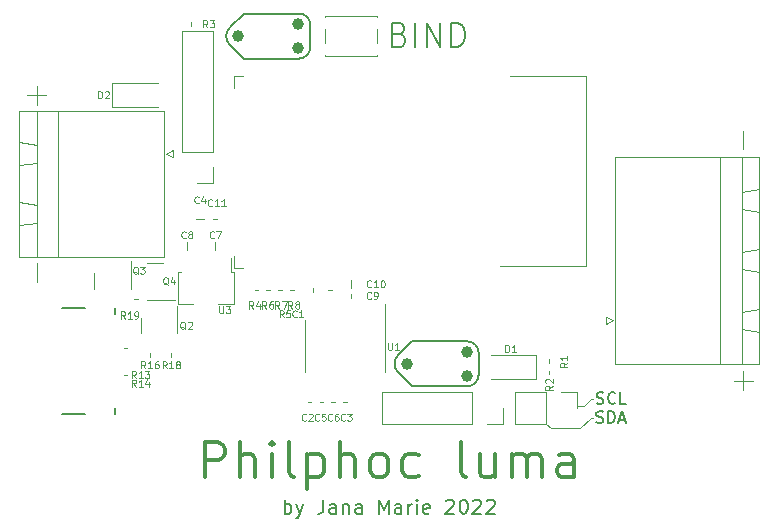
<source format=gto>
G04 #@! TF.GenerationSoftware,KiCad,Pcbnew,6.0.4-6f826c9f35~116~ubuntu20.04.1*
G04 #@! TF.CreationDate,2022-03-24T16:15:20+01:00*
G04 #@! TF.ProjectId,philphoc-luma,7068696c-7068-46f6-932d-6c756d612e6b,rev?*
G04 #@! TF.SameCoordinates,Original*
G04 #@! TF.FileFunction,Legend,Top*
G04 #@! TF.FilePolarity,Positive*
%FSLAX46Y46*%
G04 Gerber Fmt 4.6, Leading zero omitted, Abs format (unit mm)*
G04 Created by KiCad (PCBNEW 6.0.4-6f826c9f35~116~ubuntu20.04.1) date 2022-03-24 16:15:20*
%MOMM*%
%LPD*%
G01*
G04 APERTURE LIST*
%ADD10C,0.120000*%
%ADD11C,0.150000*%
%ADD12C,0.320000*%
%ADD13C,0.100000*%
%ADD14C,0.127000*%
%ADD15C,0.985520*%
%ADD16C,0.988060*%
G04 APERTURE END LIST*
D10*
X52200000Y-61000000D02*
X50600000Y-61000000D01*
X98300000Y-88300000D02*
X98500000Y-88300000D01*
X97800000Y-87200000D02*
X97700000Y-87300000D01*
X111200000Y-65600000D02*
X111200000Y-64000000D01*
X97400000Y-89200000D02*
X98300000Y-88300000D01*
X98300000Y-86700000D02*
X97800000Y-87200000D01*
X111200000Y-86000000D02*
X111200000Y-84400000D01*
X51400000Y-76800000D02*
X51400000Y-75200000D01*
X112000000Y-85200000D02*
X110400000Y-85200000D01*
X98500000Y-86700000D02*
X98300000Y-86700000D01*
X94500000Y-88830000D02*
X94900000Y-89200000D01*
X97700000Y-87300000D02*
X97100000Y-87300000D01*
X51400000Y-61800000D02*
X51400000Y-60200000D01*
X94900000Y-89200000D02*
X97400000Y-89200000D01*
D11*
X82119047Y-55857142D02*
X82404761Y-55952380D01*
X82500000Y-56047619D01*
X82595238Y-56238095D01*
X82595238Y-56523809D01*
X82500000Y-56714285D01*
X82404761Y-56809523D01*
X82214285Y-56904761D01*
X81452380Y-56904761D01*
X81452380Y-54904761D01*
X82119047Y-54904761D01*
X82309523Y-55000000D01*
X82404761Y-55095238D01*
X82500000Y-55285714D01*
X82500000Y-55476190D01*
X82404761Y-55666666D01*
X82309523Y-55761904D01*
X82119047Y-55857142D01*
X81452380Y-55857142D01*
X83452380Y-56904761D02*
X83452380Y-54904761D01*
X84404761Y-56904761D02*
X84404761Y-54904761D01*
X85547619Y-56904761D01*
X85547619Y-54904761D01*
X86500000Y-56904761D02*
X86500000Y-54904761D01*
X86976190Y-54904761D01*
X87261904Y-55000000D01*
X87452380Y-55190476D01*
X87547619Y-55380952D01*
X87642857Y-55761904D01*
X87642857Y-56047619D01*
X87547619Y-56428571D01*
X87452380Y-56619047D01*
X87261904Y-56809523D01*
X86976190Y-56904761D01*
X86500000Y-56904761D01*
X98809523Y-87099761D02*
X98952380Y-87147380D01*
X99190476Y-87147380D01*
X99285714Y-87099761D01*
X99333333Y-87052142D01*
X99380952Y-86956904D01*
X99380952Y-86861666D01*
X99333333Y-86766428D01*
X99285714Y-86718809D01*
X99190476Y-86671190D01*
X99000000Y-86623571D01*
X98904761Y-86575952D01*
X98857142Y-86528333D01*
X98809523Y-86433095D01*
X98809523Y-86337857D01*
X98857142Y-86242619D01*
X98904761Y-86195000D01*
X99000000Y-86147380D01*
X99238095Y-86147380D01*
X99380952Y-86195000D01*
X100380952Y-87052142D02*
X100333333Y-87099761D01*
X100190476Y-87147380D01*
X100095238Y-87147380D01*
X99952380Y-87099761D01*
X99857142Y-87004523D01*
X99809523Y-86909285D01*
X99761904Y-86718809D01*
X99761904Y-86575952D01*
X99809523Y-86385476D01*
X99857142Y-86290238D01*
X99952380Y-86195000D01*
X100095238Y-86147380D01*
X100190476Y-86147380D01*
X100333333Y-86195000D01*
X100380952Y-86242619D01*
X101285714Y-87147380D02*
X100809523Y-87147380D01*
X100809523Y-86147380D01*
X98785714Y-88709761D02*
X98928571Y-88757380D01*
X99166666Y-88757380D01*
X99261904Y-88709761D01*
X99309523Y-88662142D01*
X99357142Y-88566904D01*
X99357142Y-88471666D01*
X99309523Y-88376428D01*
X99261904Y-88328809D01*
X99166666Y-88281190D01*
X98976190Y-88233571D01*
X98880952Y-88185952D01*
X98833333Y-88138333D01*
X98785714Y-88043095D01*
X98785714Y-87947857D01*
X98833333Y-87852619D01*
X98880952Y-87805000D01*
X98976190Y-87757380D01*
X99214285Y-87757380D01*
X99357142Y-87805000D01*
X99785714Y-88757380D02*
X99785714Y-87757380D01*
X100023809Y-87757380D01*
X100166666Y-87805000D01*
X100261904Y-87900238D01*
X100309523Y-87995476D01*
X100357142Y-88185952D01*
X100357142Y-88328809D01*
X100309523Y-88519285D01*
X100261904Y-88614523D01*
X100166666Y-88709761D01*
X100023809Y-88757380D01*
X99785714Y-88757380D01*
X100738095Y-88471666D02*
X101214285Y-88471666D01*
X100642857Y-88757380D02*
X100976190Y-87757380D01*
X101309523Y-88757380D01*
X72392857Y-96442857D02*
X72392857Y-95242857D01*
X72392857Y-95700000D02*
X72507142Y-95642857D01*
X72735714Y-95642857D01*
X72850000Y-95700000D01*
X72907142Y-95757142D01*
X72964285Y-95871428D01*
X72964285Y-96214285D01*
X72907142Y-96328571D01*
X72850000Y-96385714D01*
X72735714Y-96442857D01*
X72507142Y-96442857D01*
X72392857Y-96385714D01*
X73364285Y-95642857D02*
X73650000Y-96442857D01*
X73935714Y-95642857D02*
X73650000Y-96442857D01*
X73535714Y-96728571D01*
X73478571Y-96785714D01*
X73364285Y-96842857D01*
X75650000Y-95242857D02*
X75650000Y-96100000D01*
X75592857Y-96271428D01*
X75478571Y-96385714D01*
X75307142Y-96442857D01*
X75192857Y-96442857D01*
X76735714Y-96442857D02*
X76735714Y-95814285D01*
X76678571Y-95700000D01*
X76564285Y-95642857D01*
X76335714Y-95642857D01*
X76221428Y-95700000D01*
X76735714Y-96385714D02*
X76621428Y-96442857D01*
X76335714Y-96442857D01*
X76221428Y-96385714D01*
X76164285Y-96271428D01*
X76164285Y-96157142D01*
X76221428Y-96042857D01*
X76335714Y-95985714D01*
X76621428Y-95985714D01*
X76735714Y-95928571D01*
X77307142Y-95642857D02*
X77307142Y-96442857D01*
X77307142Y-95757142D02*
X77364285Y-95700000D01*
X77478571Y-95642857D01*
X77650000Y-95642857D01*
X77764285Y-95700000D01*
X77821428Y-95814285D01*
X77821428Y-96442857D01*
X78907142Y-96442857D02*
X78907142Y-95814285D01*
X78850000Y-95700000D01*
X78735714Y-95642857D01*
X78507142Y-95642857D01*
X78392857Y-95700000D01*
X78907142Y-96385714D02*
X78792857Y-96442857D01*
X78507142Y-96442857D01*
X78392857Y-96385714D01*
X78335714Y-96271428D01*
X78335714Y-96157142D01*
X78392857Y-96042857D01*
X78507142Y-95985714D01*
X78792857Y-95985714D01*
X78907142Y-95928571D01*
X80392857Y-96442857D02*
X80392857Y-95242857D01*
X80792857Y-96100000D01*
X81192857Y-95242857D01*
X81192857Y-96442857D01*
X82278571Y-96442857D02*
X82278571Y-95814285D01*
X82221428Y-95700000D01*
X82107142Y-95642857D01*
X81878571Y-95642857D01*
X81764285Y-95700000D01*
X82278571Y-96385714D02*
X82164285Y-96442857D01*
X81878571Y-96442857D01*
X81764285Y-96385714D01*
X81707142Y-96271428D01*
X81707142Y-96157142D01*
X81764285Y-96042857D01*
X81878571Y-95985714D01*
X82164285Y-95985714D01*
X82278571Y-95928571D01*
X82850000Y-96442857D02*
X82850000Y-95642857D01*
X82850000Y-95871428D02*
X82907142Y-95757142D01*
X82964285Y-95700000D01*
X83078571Y-95642857D01*
X83192857Y-95642857D01*
X83592857Y-96442857D02*
X83592857Y-95642857D01*
X83592857Y-95242857D02*
X83535714Y-95300000D01*
X83592857Y-95357142D01*
X83650000Y-95300000D01*
X83592857Y-95242857D01*
X83592857Y-95357142D01*
X84621428Y-96385714D02*
X84507142Y-96442857D01*
X84278571Y-96442857D01*
X84164285Y-96385714D01*
X84107142Y-96271428D01*
X84107142Y-95814285D01*
X84164285Y-95700000D01*
X84278571Y-95642857D01*
X84507142Y-95642857D01*
X84621428Y-95700000D01*
X84678571Y-95814285D01*
X84678571Y-95928571D01*
X84107142Y-96042857D01*
X86050000Y-95357142D02*
X86107142Y-95300000D01*
X86221428Y-95242857D01*
X86507142Y-95242857D01*
X86621428Y-95300000D01*
X86678571Y-95357142D01*
X86735714Y-95471428D01*
X86735714Y-95585714D01*
X86678571Y-95757142D01*
X85992857Y-96442857D01*
X86735714Y-96442857D01*
X87478571Y-95242857D02*
X87592857Y-95242857D01*
X87707142Y-95300000D01*
X87764285Y-95357142D01*
X87821428Y-95471428D01*
X87878571Y-95700000D01*
X87878571Y-95985714D01*
X87821428Y-96214285D01*
X87764285Y-96328571D01*
X87707142Y-96385714D01*
X87592857Y-96442857D01*
X87478571Y-96442857D01*
X87364285Y-96385714D01*
X87307142Y-96328571D01*
X87250000Y-96214285D01*
X87192857Y-95985714D01*
X87192857Y-95700000D01*
X87250000Y-95471428D01*
X87307142Y-95357142D01*
X87364285Y-95300000D01*
X87478571Y-95242857D01*
X88335714Y-95357142D02*
X88392857Y-95300000D01*
X88507142Y-95242857D01*
X88792857Y-95242857D01*
X88907142Y-95300000D01*
X88964285Y-95357142D01*
X89021428Y-95471428D01*
X89021428Y-95585714D01*
X88964285Y-95757142D01*
X88278571Y-96442857D01*
X89021428Y-96442857D01*
X89478571Y-95357142D02*
X89535714Y-95300000D01*
X89650000Y-95242857D01*
X89935714Y-95242857D01*
X90050000Y-95300000D01*
X90107142Y-95357142D01*
X90164285Y-95471428D01*
X90164285Y-95585714D01*
X90107142Y-95757142D01*
X89421428Y-96442857D01*
X90164285Y-96442857D01*
D12*
X65607142Y-93357142D02*
X65607142Y-90357142D01*
X66750000Y-90357142D01*
X67035714Y-90500000D01*
X67178571Y-90642857D01*
X67321428Y-90928571D01*
X67321428Y-91357142D01*
X67178571Y-91642857D01*
X67035714Y-91785714D01*
X66750000Y-91928571D01*
X65607142Y-91928571D01*
X68607142Y-93357142D02*
X68607142Y-90357142D01*
X69892857Y-93357142D02*
X69892857Y-91785714D01*
X69750000Y-91500000D01*
X69464285Y-91357142D01*
X69035714Y-91357142D01*
X68750000Y-91500000D01*
X68607142Y-91642857D01*
X71321428Y-93357142D02*
X71321428Y-91357142D01*
X71321428Y-90357142D02*
X71178571Y-90500000D01*
X71321428Y-90642857D01*
X71464285Y-90500000D01*
X71321428Y-90357142D01*
X71321428Y-90642857D01*
X73178571Y-93357142D02*
X72892857Y-93214285D01*
X72750000Y-92928571D01*
X72750000Y-90357142D01*
X74321428Y-91357142D02*
X74321428Y-94357142D01*
X74321428Y-91500000D02*
X74607142Y-91357142D01*
X75178571Y-91357142D01*
X75464285Y-91500000D01*
X75607142Y-91642857D01*
X75750000Y-91928571D01*
X75750000Y-92785714D01*
X75607142Y-93071428D01*
X75464285Y-93214285D01*
X75178571Y-93357142D01*
X74607142Y-93357142D01*
X74321428Y-93214285D01*
X77035714Y-93357142D02*
X77035714Y-90357142D01*
X78321428Y-93357142D02*
X78321428Y-91785714D01*
X78178571Y-91500000D01*
X77892857Y-91357142D01*
X77464285Y-91357142D01*
X77178571Y-91500000D01*
X77035714Y-91642857D01*
X80178571Y-93357142D02*
X79892857Y-93214285D01*
X79750000Y-93071428D01*
X79607142Y-92785714D01*
X79607142Y-91928571D01*
X79750000Y-91642857D01*
X79892857Y-91500000D01*
X80178571Y-91357142D01*
X80607142Y-91357142D01*
X80892857Y-91500000D01*
X81035714Y-91642857D01*
X81178571Y-91928571D01*
X81178571Y-92785714D01*
X81035714Y-93071428D01*
X80892857Y-93214285D01*
X80607142Y-93357142D01*
X80178571Y-93357142D01*
X83750000Y-93214285D02*
X83464285Y-93357142D01*
X82892857Y-93357142D01*
X82607142Y-93214285D01*
X82464285Y-93071428D01*
X82321428Y-92785714D01*
X82321428Y-91928571D01*
X82464285Y-91642857D01*
X82607142Y-91500000D01*
X82892857Y-91357142D01*
X83464285Y-91357142D01*
X83750000Y-91500000D01*
X87750000Y-93357142D02*
X87464285Y-93214285D01*
X87321428Y-92928571D01*
X87321428Y-90357142D01*
X90178571Y-91357142D02*
X90178571Y-93357142D01*
X88892857Y-91357142D02*
X88892857Y-92928571D01*
X89035714Y-93214285D01*
X89321428Y-93357142D01*
X89750000Y-93357142D01*
X90035714Y-93214285D01*
X90178571Y-93071428D01*
X91607142Y-93357142D02*
X91607142Y-91357142D01*
X91607142Y-91642857D02*
X91750000Y-91500000D01*
X92035714Y-91357142D01*
X92464285Y-91357142D01*
X92750000Y-91500000D01*
X92892857Y-91785714D01*
X92892857Y-93357142D01*
X92892857Y-91785714D02*
X93035714Y-91500000D01*
X93321428Y-91357142D01*
X93750000Y-91357142D01*
X94035714Y-91500000D01*
X94178571Y-91785714D01*
X94178571Y-93357142D01*
X96892857Y-93357142D02*
X96892857Y-91785714D01*
X96750000Y-91500000D01*
X96464285Y-91357142D01*
X95892857Y-91357142D01*
X95607142Y-91500000D01*
X96892857Y-93214285D02*
X96607142Y-93357142D01*
X95892857Y-93357142D01*
X95607142Y-93214285D01*
X95464285Y-92928571D01*
X95464285Y-92642857D01*
X95607142Y-92357142D01*
X95892857Y-92214285D01*
X96607142Y-92214285D01*
X96892857Y-92071428D01*
D13*
X59992857Y-76178571D02*
X59935714Y-76150000D01*
X59878571Y-76092857D01*
X59792857Y-76007142D01*
X59735714Y-75978571D01*
X59678571Y-75978571D01*
X59707142Y-76121428D02*
X59650000Y-76092857D01*
X59592857Y-76035714D01*
X59564285Y-75921428D01*
X59564285Y-75721428D01*
X59592857Y-75607142D01*
X59650000Y-75550000D01*
X59707142Y-75521428D01*
X59821428Y-75521428D01*
X59878571Y-75550000D01*
X59935714Y-75607142D01*
X59964285Y-75721428D01*
X59964285Y-75921428D01*
X59935714Y-76035714D01*
X59878571Y-76092857D01*
X59821428Y-76121428D01*
X59707142Y-76121428D01*
X60164285Y-75521428D02*
X60535714Y-75521428D01*
X60335714Y-75750000D01*
X60421428Y-75750000D01*
X60478571Y-75778571D01*
X60507142Y-75807142D01*
X60535714Y-75864285D01*
X60535714Y-76007142D01*
X60507142Y-76064285D01*
X60478571Y-76092857D01*
X60421428Y-76121428D01*
X60250000Y-76121428D01*
X60192857Y-76092857D01*
X60164285Y-76064285D01*
X95071428Y-85600000D02*
X94785714Y-85800000D01*
X95071428Y-85942857D02*
X94471428Y-85942857D01*
X94471428Y-85714285D01*
X94500000Y-85657142D01*
X94528571Y-85628571D01*
X94585714Y-85600000D01*
X94671428Y-85600000D01*
X94728571Y-85628571D01*
X94757142Y-85657142D01*
X94785714Y-85714285D01*
X94785714Y-85942857D01*
X94528571Y-85371428D02*
X94500000Y-85342857D01*
X94471428Y-85285714D01*
X94471428Y-85142857D01*
X94500000Y-85085714D01*
X94528571Y-85057142D01*
X94585714Y-85028571D01*
X94642857Y-85028571D01*
X94728571Y-85057142D01*
X95071428Y-85400000D01*
X95071428Y-85028571D01*
X73400000Y-79764285D02*
X73371428Y-79792857D01*
X73285714Y-79821428D01*
X73228571Y-79821428D01*
X73142857Y-79792857D01*
X73085714Y-79735714D01*
X73057142Y-79678571D01*
X73028571Y-79564285D01*
X73028571Y-79478571D01*
X73057142Y-79364285D01*
X73085714Y-79307142D01*
X73142857Y-79250000D01*
X73228571Y-79221428D01*
X73285714Y-79221428D01*
X73371428Y-79250000D01*
X73400000Y-79278571D01*
X73971428Y-79821428D02*
X73628571Y-79821428D01*
X73800000Y-79821428D02*
X73800000Y-79221428D01*
X73742857Y-79307142D01*
X73685714Y-79364285D01*
X73628571Y-79392857D01*
X81142857Y-81971428D02*
X81142857Y-82457142D01*
X81171428Y-82514285D01*
X81200000Y-82542857D01*
X81257142Y-82571428D01*
X81371428Y-82571428D01*
X81428571Y-82542857D01*
X81457142Y-82514285D01*
X81485714Y-82457142D01*
X81485714Y-81971428D01*
X82085714Y-82571428D02*
X81742857Y-82571428D01*
X81914285Y-82571428D02*
X81914285Y-81971428D01*
X81857142Y-82057142D01*
X81800000Y-82114285D01*
X81742857Y-82142857D01*
X66842857Y-78858928D02*
X66842857Y-79344642D01*
X66871428Y-79401785D01*
X66900000Y-79430357D01*
X66957142Y-79458928D01*
X67071428Y-79458928D01*
X67128571Y-79430357D01*
X67157142Y-79401785D01*
X67185714Y-79344642D01*
X67185714Y-78858928D01*
X67414285Y-78858928D02*
X67785714Y-78858928D01*
X67585714Y-79087500D01*
X67671428Y-79087500D01*
X67728571Y-79116071D01*
X67757142Y-79144642D01*
X67785714Y-79201785D01*
X67785714Y-79344642D01*
X67757142Y-79401785D01*
X67728571Y-79430357D01*
X67671428Y-79458928D01*
X67500000Y-79458928D01*
X67442857Y-79430357D01*
X67414285Y-79401785D01*
X69750000Y-79071428D02*
X69550000Y-78785714D01*
X69407142Y-79071428D02*
X69407142Y-78471428D01*
X69635714Y-78471428D01*
X69692857Y-78500000D01*
X69721428Y-78528571D01*
X69750000Y-78585714D01*
X69750000Y-78671428D01*
X69721428Y-78728571D01*
X69692857Y-78757142D01*
X69635714Y-78785714D01*
X69407142Y-78785714D01*
X70264285Y-78671428D02*
X70264285Y-79071428D01*
X70121428Y-78442857D02*
X69978571Y-78871428D01*
X70350000Y-78871428D01*
X96321428Y-83650000D02*
X96035714Y-83850000D01*
X96321428Y-83992857D02*
X95721428Y-83992857D01*
X95721428Y-83764285D01*
X95750000Y-83707142D01*
X95778571Y-83678571D01*
X95835714Y-83650000D01*
X95921428Y-83650000D01*
X95978571Y-83678571D01*
X96007142Y-83707142D01*
X96035714Y-83764285D01*
X96035714Y-83992857D01*
X96321428Y-83078571D02*
X96321428Y-83421428D01*
X96321428Y-83250000D02*
X95721428Y-83250000D01*
X95807142Y-83307142D01*
X95864285Y-83364285D01*
X95892857Y-83421428D01*
X56607142Y-61271428D02*
X56607142Y-60671428D01*
X56750000Y-60671428D01*
X56835714Y-60700000D01*
X56892857Y-60757142D01*
X56921428Y-60814285D01*
X56950000Y-60928571D01*
X56950000Y-61014285D01*
X56921428Y-61128571D01*
X56892857Y-61185714D01*
X56835714Y-61242857D01*
X56750000Y-61271428D01*
X56607142Y-61271428D01*
X57178571Y-60728571D02*
X57207142Y-60700000D01*
X57264285Y-60671428D01*
X57407142Y-60671428D01*
X57464285Y-60700000D01*
X57492857Y-60728571D01*
X57521428Y-60785714D01*
X57521428Y-60842857D01*
X57492857Y-60928571D01*
X57150000Y-61271428D01*
X57521428Y-61271428D01*
X65100000Y-70114285D02*
X65071428Y-70142857D01*
X64985714Y-70171428D01*
X64928571Y-70171428D01*
X64842857Y-70142857D01*
X64785714Y-70085714D01*
X64757142Y-70028571D01*
X64728571Y-69914285D01*
X64728571Y-69828571D01*
X64757142Y-69714285D01*
X64785714Y-69657142D01*
X64842857Y-69600000D01*
X64928571Y-69571428D01*
X64985714Y-69571428D01*
X65071428Y-69600000D01*
X65100000Y-69628571D01*
X65614285Y-69771428D02*
X65614285Y-70171428D01*
X65471428Y-69542857D02*
X65328571Y-69971428D01*
X65700000Y-69971428D01*
X91057142Y-82771428D02*
X91057142Y-82171428D01*
X91200000Y-82171428D01*
X91285714Y-82200000D01*
X91342857Y-82257142D01*
X91371428Y-82314285D01*
X91400000Y-82428571D01*
X91400000Y-82514285D01*
X91371428Y-82628571D01*
X91342857Y-82685714D01*
X91285714Y-82742857D01*
X91200000Y-82771428D01*
X91057142Y-82771428D01*
X91971428Y-82771428D02*
X91628571Y-82771428D01*
X91800000Y-82771428D02*
X91800000Y-82171428D01*
X91742857Y-82257142D01*
X91685714Y-82314285D01*
X91628571Y-82342857D01*
X58864285Y-79921428D02*
X58664285Y-79635714D01*
X58521428Y-79921428D02*
X58521428Y-79321428D01*
X58750000Y-79321428D01*
X58807142Y-79350000D01*
X58835714Y-79378571D01*
X58864285Y-79435714D01*
X58864285Y-79521428D01*
X58835714Y-79578571D01*
X58807142Y-79607142D01*
X58750000Y-79635714D01*
X58521428Y-79635714D01*
X59435714Y-79921428D02*
X59092857Y-79921428D01*
X59264285Y-79921428D02*
X59264285Y-79321428D01*
X59207142Y-79407142D01*
X59150000Y-79464285D01*
X59092857Y-79492857D01*
X59721428Y-79921428D02*
X59835714Y-79921428D01*
X59892857Y-79892857D01*
X59921428Y-79864285D01*
X59978571Y-79778571D01*
X60007142Y-79664285D01*
X60007142Y-79435714D01*
X59978571Y-79378571D01*
X59950000Y-79350000D01*
X59892857Y-79321428D01*
X59778571Y-79321428D01*
X59721428Y-79350000D01*
X59692857Y-79378571D01*
X59664285Y-79435714D01*
X59664285Y-79578571D01*
X59692857Y-79635714D01*
X59721428Y-79664285D01*
X59778571Y-79692857D01*
X59892857Y-79692857D01*
X59950000Y-79664285D01*
X59978571Y-79635714D01*
X60007142Y-79578571D01*
X75300000Y-88514285D02*
X75271428Y-88542857D01*
X75185714Y-88571428D01*
X75128571Y-88571428D01*
X75042857Y-88542857D01*
X74985714Y-88485714D01*
X74957142Y-88428571D01*
X74928571Y-88314285D01*
X74928571Y-88228571D01*
X74957142Y-88114285D01*
X74985714Y-88057142D01*
X75042857Y-88000000D01*
X75128571Y-87971428D01*
X75185714Y-87971428D01*
X75271428Y-88000000D01*
X75300000Y-88028571D01*
X75842857Y-87971428D02*
X75557142Y-87971428D01*
X75528571Y-88257142D01*
X75557142Y-88228571D01*
X75614285Y-88200000D01*
X75757142Y-88200000D01*
X75814285Y-88228571D01*
X75842857Y-88257142D01*
X75871428Y-88314285D01*
X75871428Y-88457142D01*
X75842857Y-88514285D01*
X75814285Y-88542857D01*
X75757142Y-88571428D01*
X75614285Y-88571428D01*
X75557142Y-88542857D01*
X75528571Y-88514285D01*
X74200000Y-88514285D02*
X74171428Y-88542857D01*
X74085714Y-88571428D01*
X74028571Y-88571428D01*
X73942857Y-88542857D01*
X73885714Y-88485714D01*
X73857142Y-88428571D01*
X73828571Y-88314285D01*
X73828571Y-88228571D01*
X73857142Y-88114285D01*
X73885714Y-88057142D01*
X73942857Y-88000000D01*
X74028571Y-87971428D01*
X74085714Y-87971428D01*
X74171428Y-88000000D01*
X74200000Y-88028571D01*
X74428571Y-88028571D02*
X74457142Y-88000000D01*
X74514285Y-87971428D01*
X74657142Y-87971428D01*
X74714285Y-88000000D01*
X74742857Y-88028571D01*
X74771428Y-88085714D01*
X74771428Y-88142857D01*
X74742857Y-88228571D01*
X74400000Y-88571428D01*
X74771428Y-88571428D01*
X65850000Y-55271428D02*
X65650000Y-54985714D01*
X65507142Y-55271428D02*
X65507142Y-54671428D01*
X65735714Y-54671428D01*
X65792857Y-54700000D01*
X65821428Y-54728571D01*
X65850000Y-54785714D01*
X65850000Y-54871428D01*
X65821428Y-54928571D01*
X65792857Y-54957142D01*
X65735714Y-54985714D01*
X65507142Y-54985714D01*
X66050000Y-54671428D02*
X66421428Y-54671428D01*
X66221428Y-54900000D01*
X66307142Y-54900000D01*
X66364285Y-54928571D01*
X66392857Y-54957142D01*
X66421428Y-55014285D01*
X66421428Y-55157142D01*
X66392857Y-55214285D01*
X66364285Y-55242857D01*
X66307142Y-55271428D01*
X66135714Y-55271428D01*
X66078571Y-55242857D01*
X66050000Y-55214285D01*
X63992857Y-80828571D02*
X63935714Y-80800000D01*
X63878571Y-80742857D01*
X63792857Y-80657142D01*
X63735714Y-80628571D01*
X63678571Y-80628571D01*
X63707142Y-80771428D02*
X63650000Y-80742857D01*
X63592857Y-80685714D01*
X63564285Y-80571428D01*
X63564285Y-80371428D01*
X63592857Y-80257142D01*
X63650000Y-80200000D01*
X63707142Y-80171428D01*
X63821428Y-80171428D01*
X63878571Y-80200000D01*
X63935714Y-80257142D01*
X63964285Y-80371428D01*
X63964285Y-80571428D01*
X63935714Y-80685714D01*
X63878571Y-80742857D01*
X63821428Y-80771428D01*
X63707142Y-80771428D01*
X64192857Y-80228571D02*
X64221428Y-80200000D01*
X64278571Y-80171428D01*
X64421428Y-80171428D01*
X64478571Y-80200000D01*
X64507142Y-80228571D01*
X64535714Y-80285714D01*
X64535714Y-80342857D01*
X64507142Y-80428571D01*
X64164285Y-80771428D01*
X64535714Y-80771428D01*
X60589285Y-84146428D02*
X60389285Y-83860714D01*
X60246428Y-84146428D02*
X60246428Y-83546428D01*
X60475000Y-83546428D01*
X60532142Y-83575000D01*
X60560714Y-83603571D01*
X60589285Y-83660714D01*
X60589285Y-83746428D01*
X60560714Y-83803571D01*
X60532142Y-83832142D01*
X60475000Y-83860714D01*
X60246428Y-83860714D01*
X61160714Y-84146428D02*
X60817857Y-84146428D01*
X60989285Y-84146428D02*
X60989285Y-83546428D01*
X60932142Y-83632142D01*
X60875000Y-83689285D01*
X60817857Y-83717857D01*
X61675000Y-83546428D02*
X61560714Y-83546428D01*
X61503571Y-83575000D01*
X61475000Y-83603571D01*
X61417857Y-83689285D01*
X61389285Y-83803571D01*
X61389285Y-84032142D01*
X61417857Y-84089285D01*
X61446428Y-84117857D01*
X61503571Y-84146428D01*
X61617857Y-84146428D01*
X61675000Y-84117857D01*
X61703571Y-84089285D01*
X61732142Y-84032142D01*
X61732142Y-83889285D01*
X61703571Y-83832142D01*
X61675000Y-83803571D01*
X61617857Y-83775000D01*
X61503571Y-83775000D01*
X61446428Y-83803571D01*
X61417857Y-83832142D01*
X61389285Y-83889285D01*
X66400000Y-73064285D02*
X66371428Y-73092857D01*
X66285714Y-73121428D01*
X66228571Y-73121428D01*
X66142857Y-73092857D01*
X66085714Y-73035714D01*
X66057142Y-72978571D01*
X66028571Y-72864285D01*
X66028571Y-72778571D01*
X66057142Y-72664285D01*
X66085714Y-72607142D01*
X66142857Y-72550000D01*
X66228571Y-72521428D01*
X66285714Y-72521428D01*
X66371428Y-72550000D01*
X66400000Y-72578571D01*
X66600000Y-72521428D02*
X67000000Y-72521428D01*
X66742857Y-73121428D01*
X62542857Y-77078571D02*
X62485714Y-77050000D01*
X62428571Y-76992857D01*
X62342857Y-76907142D01*
X62285714Y-76878571D01*
X62228571Y-76878571D01*
X62257142Y-77021428D02*
X62200000Y-76992857D01*
X62142857Y-76935714D01*
X62114285Y-76821428D01*
X62114285Y-76621428D01*
X62142857Y-76507142D01*
X62200000Y-76450000D01*
X62257142Y-76421428D01*
X62371428Y-76421428D01*
X62428571Y-76450000D01*
X62485714Y-76507142D01*
X62514285Y-76621428D01*
X62514285Y-76821428D01*
X62485714Y-76935714D01*
X62428571Y-76992857D01*
X62371428Y-77021428D01*
X62257142Y-77021428D01*
X63028571Y-76621428D02*
X63028571Y-77021428D01*
X62885714Y-76392857D02*
X62742857Y-76821428D01*
X63114285Y-76821428D01*
X76400000Y-88514285D02*
X76371428Y-88542857D01*
X76285714Y-88571428D01*
X76228571Y-88571428D01*
X76142857Y-88542857D01*
X76085714Y-88485714D01*
X76057142Y-88428571D01*
X76028571Y-88314285D01*
X76028571Y-88228571D01*
X76057142Y-88114285D01*
X76085714Y-88057142D01*
X76142857Y-88000000D01*
X76228571Y-87971428D01*
X76285714Y-87971428D01*
X76371428Y-88000000D01*
X76400000Y-88028571D01*
X76914285Y-87971428D02*
X76800000Y-87971428D01*
X76742857Y-88000000D01*
X76714285Y-88028571D01*
X76657142Y-88114285D01*
X76628571Y-88228571D01*
X76628571Y-88457142D01*
X76657142Y-88514285D01*
X76685714Y-88542857D01*
X76742857Y-88571428D01*
X76857142Y-88571428D01*
X76914285Y-88542857D01*
X76942857Y-88514285D01*
X76971428Y-88457142D01*
X76971428Y-88314285D01*
X76942857Y-88257142D01*
X76914285Y-88228571D01*
X76857142Y-88200000D01*
X76742857Y-88200000D01*
X76685714Y-88228571D01*
X76657142Y-88257142D01*
X76628571Y-88314285D01*
X70850000Y-79071428D02*
X70650000Y-78785714D01*
X70507142Y-79071428D02*
X70507142Y-78471428D01*
X70735714Y-78471428D01*
X70792857Y-78500000D01*
X70821428Y-78528571D01*
X70850000Y-78585714D01*
X70850000Y-78671428D01*
X70821428Y-78728571D01*
X70792857Y-78757142D01*
X70735714Y-78785714D01*
X70507142Y-78785714D01*
X71364285Y-78471428D02*
X71250000Y-78471428D01*
X71192857Y-78500000D01*
X71164285Y-78528571D01*
X71107142Y-78614285D01*
X71078571Y-78728571D01*
X71078571Y-78957142D01*
X71107142Y-79014285D01*
X71135714Y-79042857D01*
X71192857Y-79071428D01*
X71307142Y-79071428D01*
X71364285Y-79042857D01*
X71392857Y-79014285D01*
X71421428Y-78957142D01*
X71421428Y-78814285D01*
X71392857Y-78757142D01*
X71364285Y-78728571D01*
X71307142Y-78700000D01*
X71192857Y-78700000D01*
X71135714Y-78728571D01*
X71107142Y-78757142D01*
X71078571Y-78814285D01*
X59789285Y-85696428D02*
X59589285Y-85410714D01*
X59446428Y-85696428D02*
X59446428Y-85096428D01*
X59675000Y-85096428D01*
X59732142Y-85125000D01*
X59760714Y-85153571D01*
X59789285Y-85210714D01*
X59789285Y-85296428D01*
X59760714Y-85353571D01*
X59732142Y-85382142D01*
X59675000Y-85410714D01*
X59446428Y-85410714D01*
X60360714Y-85696428D02*
X60017857Y-85696428D01*
X60189285Y-85696428D02*
X60189285Y-85096428D01*
X60132142Y-85182142D01*
X60075000Y-85239285D01*
X60017857Y-85267857D01*
X60875000Y-85296428D02*
X60875000Y-85696428D01*
X60732142Y-85067857D02*
X60589285Y-85496428D01*
X60960714Y-85496428D01*
X59789285Y-84946428D02*
X59589285Y-84660714D01*
X59446428Y-84946428D02*
X59446428Y-84346428D01*
X59675000Y-84346428D01*
X59732142Y-84375000D01*
X59760714Y-84403571D01*
X59789285Y-84460714D01*
X59789285Y-84546428D01*
X59760714Y-84603571D01*
X59732142Y-84632142D01*
X59675000Y-84660714D01*
X59446428Y-84660714D01*
X60360714Y-84946428D02*
X60017857Y-84946428D01*
X60189285Y-84946428D02*
X60189285Y-84346428D01*
X60132142Y-84432142D01*
X60075000Y-84489285D01*
X60017857Y-84517857D01*
X60560714Y-84346428D02*
X60932142Y-84346428D01*
X60732142Y-84575000D01*
X60817857Y-84575000D01*
X60875000Y-84603571D01*
X60903571Y-84632142D01*
X60932142Y-84689285D01*
X60932142Y-84832142D01*
X60903571Y-84889285D01*
X60875000Y-84917857D01*
X60817857Y-84946428D01*
X60646428Y-84946428D01*
X60589285Y-84917857D01*
X60560714Y-84889285D01*
X79700000Y-78214285D02*
X79671428Y-78242857D01*
X79585714Y-78271428D01*
X79528571Y-78271428D01*
X79442857Y-78242857D01*
X79385714Y-78185714D01*
X79357142Y-78128571D01*
X79328571Y-78014285D01*
X79328571Y-77928571D01*
X79357142Y-77814285D01*
X79385714Y-77757142D01*
X79442857Y-77700000D01*
X79528571Y-77671428D01*
X79585714Y-77671428D01*
X79671428Y-77700000D01*
X79700000Y-77728571D01*
X79985714Y-78271428D02*
X80100000Y-78271428D01*
X80157142Y-78242857D01*
X80185714Y-78214285D01*
X80242857Y-78128571D01*
X80271428Y-78014285D01*
X80271428Y-77785714D01*
X80242857Y-77728571D01*
X80214285Y-77700000D01*
X80157142Y-77671428D01*
X80042857Y-77671428D01*
X79985714Y-77700000D01*
X79957142Y-77728571D01*
X79928571Y-77785714D01*
X79928571Y-77928571D01*
X79957142Y-77985714D01*
X79985714Y-78014285D01*
X80042857Y-78042857D01*
X80157142Y-78042857D01*
X80214285Y-78014285D01*
X80242857Y-77985714D01*
X80271428Y-77928571D01*
X64000000Y-73076785D02*
X63971428Y-73105357D01*
X63885714Y-73133928D01*
X63828571Y-73133928D01*
X63742857Y-73105357D01*
X63685714Y-73048214D01*
X63657142Y-72991071D01*
X63628571Y-72876785D01*
X63628571Y-72791071D01*
X63657142Y-72676785D01*
X63685714Y-72619642D01*
X63742857Y-72562500D01*
X63828571Y-72533928D01*
X63885714Y-72533928D01*
X63971428Y-72562500D01*
X64000000Y-72591071D01*
X64342857Y-72791071D02*
X64285714Y-72762500D01*
X64257142Y-72733928D01*
X64228571Y-72676785D01*
X64228571Y-72648214D01*
X64257142Y-72591071D01*
X64285714Y-72562500D01*
X64342857Y-72533928D01*
X64457142Y-72533928D01*
X64514285Y-72562500D01*
X64542857Y-72591071D01*
X64571428Y-72648214D01*
X64571428Y-72676785D01*
X64542857Y-72733928D01*
X64514285Y-72762500D01*
X64457142Y-72791071D01*
X64342857Y-72791071D01*
X64285714Y-72819642D01*
X64257142Y-72848214D01*
X64228571Y-72905357D01*
X64228571Y-73019642D01*
X64257142Y-73076785D01*
X64285714Y-73105357D01*
X64342857Y-73133928D01*
X64457142Y-73133928D01*
X64514285Y-73105357D01*
X64542857Y-73076785D01*
X64571428Y-73019642D01*
X64571428Y-72905357D01*
X64542857Y-72848214D01*
X64514285Y-72819642D01*
X64457142Y-72791071D01*
X62389285Y-84146428D02*
X62189285Y-83860714D01*
X62046428Y-84146428D02*
X62046428Y-83546428D01*
X62275000Y-83546428D01*
X62332142Y-83575000D01*
X62360714Y-83603571D01*
X62389285Y-83660714D01*
X62389285Y-83746428D01*
X62360714Y-83803571D01*
X62332142Y-83832142D01*
X62275000Y-83860714D01*
X62046428Y-83860714D01*
X62960714Y-84146428D02*
X62617857Y-84146428D01*
X62789285Y-84146428D02*
X62789285Y-83546428D01*
X62732142Y-83632142D01*
X62675000Y-83689285D01*
X62617857Y-83717857D01*
X63303571Y-83803571D02*
X63246428Y-83775000D01*
X63217857Y-83746428D01*
X63189285Y-83689285D01*
X63189285Y-83660714D01*
X63217857Y-83603571D01*
X63246428Y-83575000D01*
X63303571Y-83546428D01*
X63417857Y-83546428D01*
X63475000Y-83575000D01*
X63503571Y-83603571D01*
X63532142Y-83660714D01*
X63532142Y-83689285D01*
X63503571Y-83746428D01*
X63475000Y-83775000D01*
X63417857Y-83803571D01*
X63303571Y-83803571D01*
X63246428Y-83832142D01*
X63217857Y-83860714D01*
X63189285Y-83917857D01*
X63189285Y-84032142D01*
X63217857Y-84089285D01*
X63246428Y-84117857D01*
X63303571Y-84146428D01*
X63417857Y-84146428D01*
X63475000Y-84117857D01*
X63503571Y-84089285D01*
X63532142Y-84032142D01*
X63532142Y-83917857D01*
X63503571Y-83860714D01*
X63475000Y-83832142D01*
X63417857Y-83803571D01*
X73050000Y-79071428D02*
X72850000Y-78785714D01*
X72707142Y-79071428D02*
X72707142Y-78471428D01*
X72935714Y-78471428D01*
X72992857Y-78500000D01*
X73021428Y-78528571D01*
X73050000Y-78585714D01*
X73050000Y-78671428D01*
X73021428Y-78728571D01*
X72992857Y-78757142D01*
X72935714Y-78785714D01*
X72707142Y-78785714D01*
X73392857Y-78728571D02*
X73335714Y-78700000D01*
X73307142Y-78671428D01*
X73278571Y-78614285D01*
X73278571Y-78585714D01*
X73307142Y-78528571D01*
X73335714Y-78500000D01*
X73392857Y-78471428D01*
X73507142Y-78471428D01*
X73564285Y-78500000D01*
X73592857Y-78528571D01*
X73621428Y-78585714D01*
X73621428Y-78614285D01*
X73592857Y-78671428D01*
X73564285Y-78700000D01*
X73507142Y-78728571D01*
X73392857Y-78728571D01*
X73335714Y-78757142D01*
X73307142Y-78785714D01*
X73278571Y-78842857D01*
X73278571Y-78957142D01*
X73307142Y-79014285D01*
X73335714Y-79042857D01*
X73392857Y-79071428D01*
X73507142Y-79071428D01*
X73564285Y-79042857D01*
X73592857Y-79014285D01*
X73621428Y-78957142D01*
X73621428Y-78842857D01*
X73592857Y-78785714D01*
X73564285Y-78757142D01*
X73507142Y-78728571D01*
X71950000Y-79071428D02*
X71750000Y-78785714D01*
X71607142Y-79071428D02*
X71607142Y-78471428D01*
X71835714Y-78471428D01*
X71892857Y-78500000D01*
X71921428Y-78528571D01*
X71950000Y-78585714D01*
X71950000Y-78671428D01*
X71921428Y-78728571D01*
X71892857Y-78757142D01*
X71835714Y-78785714D01*
X71607142Y-78785714D01*
X72150000Y-78471428D02*
X72550000Y-78471428D01*
X72292857Y-79071428D01*
X79714285Y-77214285D02*
X79685714Y-77242857D01*
X79600000Y-77271428D01*
X79542857Y-77271428D01*
X79457142Y-77242857D01*
X79400000Y-77185714D01*
X79371428Y-77128571D01*
X79342857Y-77014285D01*
X79342857Y-76928571D01*
X79371428Y-76814285D01*
X79400000Y-76757142D01*
X79457142Y-76700000D01*
X79542857Y-76671428D01*
X79600000Y-76671428D01*
X79685714Y-76700000D01*
X79714285Y-76728571D01*
X80285714Y-77271428D02*
X79942857Y-77271428D01*
X80114285Y-77271428D02*
X80114285Y-76671428D01*
X80057142Y-76757142D01*
X80000000Y-76814285D01*
X79942857Y-76842857D01*
X80657142Y-76671428D02*
X80714285Y-76671428D01*
X80771428Y-76700000D01*
X80800000Y-76728571D01*
X80828571Y-76785714D01*
X80857142Y-76900000D01*
X80857142Y-77042857D01*
X80828571Y-77157142D01*
X80800000Y-77214285D01*
X80771428Y-77242857D01*
X80714285Y-77271428D01*
X80657142Y-77271428D01*
X80600000Y-77242857D01*
X80571428Y-77214285D01*
X80542857Y-77157142D01*
X80514285Y-77042857D01*
X80514285Y-76900000D01*
X80542857Y-76785714D01*
X80571428Y-76728571D01*
X80600000Y-76700000D01*
X80657142Y-76671428D01*
X72300000Y-79821428D02*
X72100000Y-79535714D01*
X71957142Y-79821428D02*
X71957142Y-79221428D01*
X72185714Y-79221428D01*
X72242857Y-79250000D01*
X72271428Y-79278571D01*
X72300000Y-79335714D01*
X72300000Y-79421428D01*
X72271428Y-79478571D01*
X72242857Y-79507142D01*
X72185714Y-79535714D01*
X71957142Y-79535714D01*
X72842857Y-79221428D02*
X72557142Y-79221428D01*
X72528571Y-79507142D01*
X72557142Y-79478571D01*
X72614285Y-79450000D01*
X72757142Y-79450000D01*
X72814285Y-79478571D01*
X72842857Y-79507142D01*
X72871428Y-79564285D01*
X72871428Y-79707142D01*
X72842857Y-79764285D01*
X72814285Y-79792857D01*
X72757142Y-79821428D01*
X72614285Y-79821428D01*
X72557142Y-79792857D01*
X72528571Y-79764285D01*
X66239285Y-70364285D02*
X66210714Y-70392857D01*
X66125000Y-70421428D01*
X66067857Y-70421428D01*
X65982142Y-70392857D01*
X65925000Y-70335714D01*
X65896428Y-70278571D01*
X65867857Y-70164285D01*
X65867857Y-70078571D01*
X65896428Y-69964285D01*
X65925000Y-69907142D01*
X65982142Y-69850000D01*
X66067857Y-69821428D01*
X66125000Y-69821428D01*
X66210714Y-69850000D01*
X66239285Y-69878571D01*
X66810714Y-70421428D02*
X66467857Y-70421428D01*
X66639285Y-70421428D02*
X66639285Y-69821428D01*
X66582142Y-69907142D01*
X66525000Y-69964285D01*
X66467857Y-69992857D01*
X67382142Y-70421428D02*
X67039285Y-70421428D01*
X67210714Y-70421428D02*
X67210714Y-69821428D01*
X67153571Y-69907142D01*
X67096428Y-69964285D01*
X67039285Y-69992857D01*
X77500000Y-88514285D02*
X77471428Y-88542857D01*
X77385714Y-88571428D01*
X77328571Y-88571428D01*
X77242857Y-88542857D01*
X77185714Y-88485714D01*
X77157142Y-88428571D01*
X77128571Y-88314285D01*
X77128571Y-88228571D01*
X77157142Y-88114285D01*
X77185714Y-88057142D01*
X77242857Y-88000000D01*
X77328571Y-87971428D01*
X77385714Y-87971428D01*
X77471428Y-88000000D01*
X77500000Y-88028571D01*
X77700000Y-87971428D02*
X78071428Y-87971428D01*
X77871428Y-88200000D01*
X77957142Y-88200000D01*
X78014285Y-88228571D01*
X78042857Y-88257142D01*
X78071428Y-88314285D01*
X78071428Y-88457142D01*
X78042857Y-88514285D01*
X78014285Y-88542857D01*
X77957142Y-88571428D01*
X77785714Y-88571428D01*
X77728571Y-88542857D01*
X77700000Y-88514285D01*
D10*
X56240000Y-76750000D02*
X56240000Y-77400000D01*
X56240000Y-76750000D02*
X56240000Y-76100000D01*
X59360000Y-76750000D02*
X59360000Y-75075000D01*
X59360000Y-76750000D02*
X59360000Y-77400000D01*
X97865000Y-59380000D02*
X91445000Y-59380000D01*
X97865000Y-75500000D02*
X90580000Y-75500000D01*
X68120000Y-75620000D02*
X68120000Y-74620000D01*
X97865000Y-59380000D02*
X97865000Y-75500000D01*
X68900000Y-75620000D02*
X68120000Y-75620000D01*
X68900000Y-59380000D02*
X68120000Y-59380000D01*
X68120000Y-59380000D02*
X68120000Y-60380000D01*
X94750000Y-84650000D02*
X94750000Y-84350000D01*
X76400000Y-77500000D02*
X76100000Y-77500000D01*
X80885000Y-82250000D02*
X80885000Y-78650000D01*
X80885000Y-82250000D02*
X80885000Y-84450000D01*
X74115000Y-82250000D02*
X74115000Y-80050000D01*
X74115000Y-82250000D02*
X74115000Y-84450000D01*
X66330000Y-68405000D02*
X65000000Y-68405000D01*
X63670000Y-65805000D02*
X63670000Y-55585000D01*
X66330000Y-65805000D02*
X63670000Y-65805000D01*
X66330000Y-55585000D02*
X63670000Y-55585000D01*
X66330000Y-67075000D02*
X66330000Y-68405000D01*
X66330000Y-65805000D02*
X66330000Y-55585000D01*
D14*
X81986100Y-83026100D02*
X83167200Y-81845000D01*
X87853500Y-81845000D02*
X83167200Y-81845000D01*
X87853500Y-85655000D02*
X83167200Y-85655000D01*
X81986100Y-84473900D02*
X83167200Y-85655000D01*
X88806000Y-82797500D02*
X88806000Y-84702500D01*
X87853500Y-85655000D02*
G75*
G03*
X88806000Y-84702500I0J952500D01*
G01*
X88806000Y-82797500D02*
G75*
G03*
X87853500Y-81845000I-952500J0D01*
G01*
X81986100Y-83026100D02*
G75*
G03*
X81986100Y-84473900I723901J-723900D01*
G01*
D10*
X64650000Y-78660000D02*
X63340000Y-78660000D01*
X67830000Y-74800000D02*
X67830000Y-75940000D01*
X68060000Y-78660000D02*
X66750000Y-78660000D01*
X68060000Y-75940000D02*
X68060000Y-78660000D01*
X63340000Y-78660000D02*
X63340000Y-75940000D01*
X68060000Y-75940000D02*
X67830000Y-75940000D01*
X63340000Y-75940000D02*
X63570000Y-75940000D01*
X70150000Y-77500000D02*
X69850000Y-77500000D01*
X94750000Y-83350000D02*
X94750000Y-83650000D01*
X57800000Y-60000000D02*
X61650000Y-60000000D01*
X57800000Y-62000000D02*
X61650000Y-62000000D01*
X57800000Y-60000000D02*
X57800000Y-62000000D01*
X64900000Y-71500000D02*
X65600000Y-71500000D01*
X93700000Y-85000000D02*
X89850000Y-85000000D01*
X93700000Y-85000000D02*
X93700000Y-83000000D01*
X93700000Y-83000000D02*
X89850000Y-83000000D01*
X80200000Y-56570000D02*
X80200000Y-55430000D01*
X80200000Y-54300000D02*
X75800000Y-54300000D01*
X75800000Y-55430000D02*
X75800000Y-56570000D01*
X75800000Y-54300000D02*
X75800000Y-54420000D01*
X80200000Y-54420000D02*
X80200000Y-54300000D01*
X75800000Y-57580000D02*
X75800000Y-57700000D01*
X75800000Y-57700000D02*
X80200000Y-57700000D01*
X80200000Y-57700000D02*
X80200000Y-57580000D01*
X59950000Y-78300000D02*
X59650000Y-78300000D01*
X75350000Y-87000000D02*
X75650000Y-87000000D01*
X74350000Y-87000000D02*
X74650000Y-87000000D01*
X64500000Y-55150000D02*
X64500000Y-54850000D01*
X60190000Y-80500000D02*
X60190000Y-79850000D01*
X63310000Y-80500000D02*
X63310000Y-81150000D01*
X63310000Y-80500000D02*
X63310000Y-78825000D01*
X60190000Y-80500000D02*
X60190000Y-81150000D01*
D14*
X73603500Y-57905000D02*
X68917200Y-57905000D01*
X67736100Y-56723900D02*
X68917200Y-57905000D01*
X73603500Y-54095000D02*
X68917200Y-54095000D01*
X67736100Y-55276100D02*
X68917200Y-54095000D01*
X74556000Y-55047500D02*
X74556000Y-56952500D01*
X73603500Y-57905000D02*
G75*
G03*
X74556000Y-56952500I0J952500D01*
G01*
X67736100Y-55276100D02*
G75*
G03*
X67736100Y-56723900I723901J-723900D01*
G01*
X74556000Y-55047500D02*
G75*
G03*
X73603500Y-54095000I-952500J0D01*
G01*
D10*
X62137500Y-74690000D02*
X62137500Y-62310000D01*
X49917500Y-72040000D02*
X51417500Y-71790000D01*
X51417500Y-70290000D02*
X49917500Y-70040000D01*
X62937500Y-65660000D02*
X62937500Y-66260000D01*
X62937500Y-66260000D02*
X62337500Y-65960000D01*
X53217500Y-74690000D02*
X51417500Y-74690000D01*
X49917500Y-74690000D02*
X62137500Y-74690000D01*
X51417500Y-66710000D02*
X51417500Y-65210000D01*
X49917500Y-70040000D02*
X49917500Y-72040000D01*
X51417500Y-74690000D02*
X51417500Y-62310000D01*
X53217500Y-62310000D02*
X53217500Y-74690000D01*
X49917500Y-62310000D02*
X49917500Y-74690000D01*
X51417500Y-71790000D02*
X51417500Y-70290000D01*
X62137500Y-62310000D02*
X49917500Y-62310000D01*
X51417500Y-65210000D02*
X49917500Y-64960000D01*
X49917500Y-64960000D02*
X49917500Y-66960000D01*
X51417500Y-62310000D02*
X53217500Y-62310000D01*
X49917500Y-66960000D02*
X51417500Y-66710000D01*
X62337500Y-65960000D02*
X62937500Y-65660000D01*
X80610000Y-86170000D02*
X80610000Y-88830000D01*
X88290000Y-88830000D02*
X80610000Y-88830000D01*
X88290000Y-86170000D02*
X88290000Y-88830000D01*
X90890000Y-87500000D02*
X90890000Y-88830000D01*
X88290000Y-86170000D02*
X80610000Y-86170000D01*
X90890000Y-88830000D02*
X89560000Y-88830000D01*
X61000000Y-83150000D02*
X61000000Y-82850000D01*
X66500000Y-73450000D02*
X66500000Y-74150000D01*
X94500000Y-88830000D02*
X91900000Y-88830000D01*
X91900000Y-86170000D02*
X91900000Y-88830000D01*
X94500000Y-86170000D02*
X94500000Y-88830000D01*
X95770000Y-86170000D02*
X97100000Y-86170000D01*
X94500000Y-86170000D02*
X91900000Y-86170000D01*
X97100000Y-86170000D02*
X97100000Y-87500000D01*
X61400000Y-78310000D02*
X60750000Y-78310000D01*
X61400000Y-75190000D02*
X62050000Y-75190000D01*
X61400000Y-78310000D02*
X63075000Y-78310000D01*
X61400000Y-75190000D02*
X60750000Y-75190000D01*
X76350000Y-87000000D02*
X76650000Y-87000000D01*
X71150000Y-77530000D02*
X70850000Y-77530000D01*
X59050000Y-84700000D02*
X58750000Y-84700000D01*
X58750000Y-82400000D02*
X59050000Y-82400000D01*
X78000000Y-77850000D02*
X78000000Y-78150000D01*
X64100000Y-74150000D02*
X64100000Y-73450000D01*
X62750000Y-83150000D02*
X62750000Y-82850000D01*
X73150000Y-77500000D02*
X72850000Y-77500000D01*
X72150000Y-77500000D02*
X71850000Y-77500000D01*
X78000000Y-76650000D02*
X78000000Y-77350000D01*
X74800000Y-77350000D02*
X74800000Y-77650000D01*
X112582500Y-68920000D02*
X111082500Y-69170000D01*
X100362500Y-83730000D02*
X112582500Y-83730000D01*
X111082500Y-70670000D02*
X112582500Y-70920000D01*
X112582500Y-83730000D02*
X112582500Y-66270000D01*
X109282500Y-66270000D02*
X111082500Y-66270000D01*
X111082500Y-79330000D02*
X111082500Y-80830000D01*
X112582500Y-79080000D02*
X111082500Y-79330000D01*
X112582500Y-81080000D02*
X112582500Y-79080000D01*
X112582500Y-70920000D02*
X112582500Y-68920000D01*
X111082500Y-66270000D02*
X111082500Y-83730000D01*
X111082500Y-83730000D02*
X109282500Y-83730000D01*
X112582500Y-66270000D02*
X100362500Y-66270000D01*
X111082500Y-75750000D02*
X112582500Y-76000000D01*
X99562500Y-80380000D02*
X99562500Y-79780000D01*
X109282500Y-83730000D02*
X109282500Y-66270000D01*
X112582500Y-74000000D02*
X111082500Y-74250000D01*
X100162500Y-80080000D02*
X99562500Y-80380000D01*
X111082500Y-80830000D02*
X112582500Y-81080000D01*
X111082500Y-74250000D02*
X111082500Y-75750000D01*
X111082500Y-69170000D02*
X111082500Y-70670000D01*
X112582500Y-76000000D02*
X112582500Y-74000000D01*
X99562500Y-79780000D02*
X100162500Y-80080000D01*
X100362500Y-66270000D02*
X100362500Y-83730000D01*
X66350000Y-71500000D02*
X66650000Y-71500000D01*
D11*
X53500000Y-88000000D02*
X55500000Y-88000000D01*
X58000000Y-87500000D02*
X58000000Y-88000000D01*
X55500000Y-79000000D02*
X53500000Y-79000000D01*
X58000000Y-79000000D02*
X58000000Y-79500000D01*
D10*
X77350000Y-87000000D02*
X77650000Y-87000000D01*
D15*
X87790000Y-84766000D03*
D16*
X82710000Y-83750000D03*
D15*
X87790000Y-82734000D03*
X73540000Y-54984000D03*
D16*
X68460000Y-56000000D03*
D15*
X73540000Y-57016000D03*
M02*

</source>
